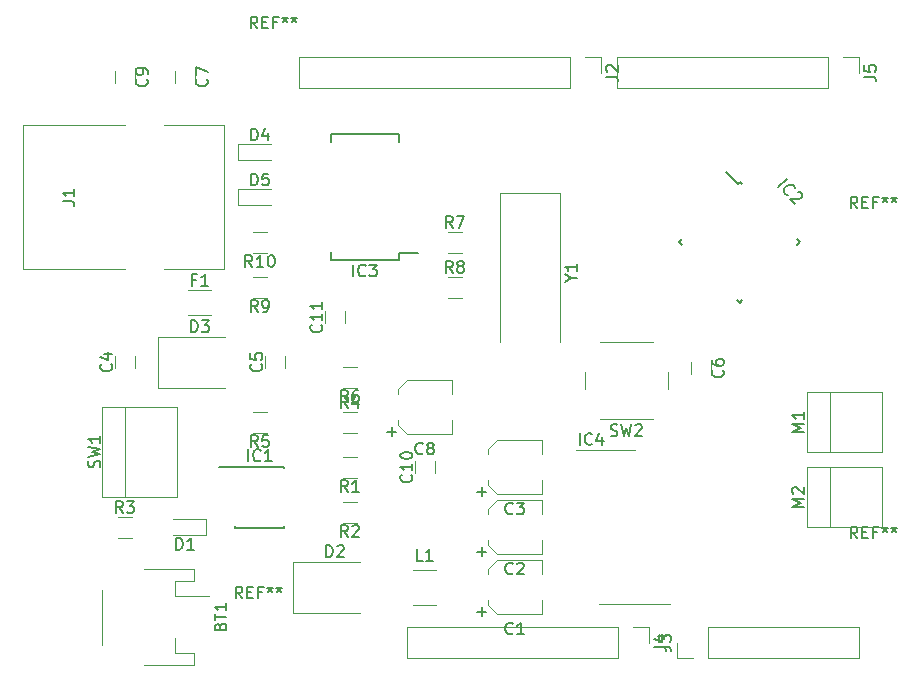
<source format=gto>
G04 #@! TF.FileFunction,Legend,Top*
%FSLAX46Y46*%
G04 Gerber Fmt 4.6, Leading zero omitted, Abs format (unit mm)*
G04 Created by KiCad (PCBNEW 4.0.7) date Sunday, September 09, 2018 'PMt' 03:54:26 PM*
%MOMM*%
%LPD*%
G01*
G04 APERTURE LIST*
%ADD10C,0.100000*%
%ADD11C,0.150000*%
%ADD12C,0.120000*%
G04 APERTURE END LIST*
D10*
D11*
X170180000Y-72343476D02*
X170020901Y-72502575D01*
X175306524Y-77470000D02*
X175076714Y-77699810D01*
X170180000Y-82596524D02*
X170409810Y-82366714D01*
X165053476Y-77470000D02*
X165283286Y-77240190D01*
X170180000Y-72343476D02*
X170409810Y-72573286D01*
X165053476Y-77470000D02*
X165283286Y-77699810D01*
X170180000Y-82596524D02*
X169950190Y-82366714D01*
X175306524Y-77470000D02*
X175076714Y-77240190D01*
X170020901Y-72502575D02*
X169013274Y-71494948D01*
D12*
X122375000Y-107445000D02*
X122375000Y-106170000D01*
X122375000Y-106170000D02*
X123975000Y-106170000D01*
X123975000Y-106170000D02*
X123975000Y-105170000D01*
X123975000Y-105170000D02*
X119750000Y-105170000D01*
X119750000Y-113270000D02*
X123975000Y-113270000D01*
X123975000Y-113270000D02*
X123975000Y-112270000D01*
X123975000Y-112270000D02*
X122375000Y-112270000D01*
X122375000Y-112270000D02*
X122375000Y-110995000D01*
X116175000Y-106895000D02*
X116175000Y-111545000D01*
X122375000Y-107445000D02*
X125275000Y-107445000D01*
X117260000Y-87130000D02*
X117260000Y-88130000D01*
X118960000Y-88130000D02*
X118960000Y-87130000D01*
X129960000Y-87130000D02*
X129960000Y-88130000D01*
X131660000Y-88130000D02*
X131660000Y-87130000D01*
X167728000Y-88638000D02*
X167728000Y-87638000D01*
X166028000Y-87638000D02*
X166028000Y-88638000D01*
X124040000Y-64000000D02*
X124040000Y-63000000D01*
X122340000Y-63000000D02*
X122340000Y-64000000D01*
X118960000Y-64000000D02*
X118960000Y-63000000D01*
X117260000Y-63000000D02*
X117260000Y-64000000D01*
X142660000Y-96020000D02*
X142660000Y-97020000D01*
X144360000Y-97020000D02*
X144360000Y-96020000D01*
X135040000Y-83320000D02*
X135040000Y-84320000D01*
X136740000Y-84320000D02*
X136740000Y-83320000D01*
X124990000Y-102300000D02*
X124990000Y-100900000D01*
X124990000Y-100900000D02*
X122190000Y-100900000D01*
X124990000Y-102300000D02*
X122190000Y-102300000D01*
X132340000Y-104530000D02*
X132340000Y-108830000D01*
X132340000Y-108830000D02*
X138040000Y-108830000D01*
X132340000Y-104530000D02*
X138040000Y-104530000D01*
X120910000Y-85480000D02*
X120910000Y-89780000D01*
X120910000Y-89780000D02*
X126610000Y-89780000D01*
X120910000Y-85480000D02*
X126610000Y-85480000D01*
X127740000Y-69150000D02*
X127740000Y-70550000D01*
X127740000Y-70550000D02*
X130540000Y-70550000D01*
X127740000Y-69150000D02*
X130540000Y-69150000D01*
X127740000Y-72960000D02*
X127740000Y-74360000D01*
X127740000Y-74360000D02*
X130540000Y-74360000D01*
X127740000Y-72960000D02*
X130540000Y-72960000D01*
X125460000Y-83620000D02*
X123460000Y-83620000D01*
X123460000Y-81480000D02*
X125460000Y-81480000D01*
D11*
X127465000Y-96485000D02*
X127465000Y-96535000D01*
X131615000Y-96485000D02*
X131615000Y-96630000D01*
X131615000Y-101635000D02*
X131615000Y-101490000D01*
X127465000Y-101635000D02*
X127465000Y-101490000D01*
X127465000Y-96485000D02*
X131615000Y-96485000D01*
X127465000Y-101635000D02*
X131615000Y-101635000D01*
X127465000Y-96535000D02*
X126065000Y-96535000D01*
X141305000Y-78985000D02*
X141305000Y-78410000D01*
X135555000Y-78985000D02*
X135555000Y-78335000D01*
X135555000Y-68335000D02*
X135555000Y-68985000D01*
X141305000Y-68335000D02*
X141305000Y-68985000D01*
X141305000Y-78985000D02*
X135555000Y-78985000D01*
X141305000Y-68335000D02*
X135555000Y-68335000D01*
X141305000Y-78410000D02*
X142905000Y-78410000D01*
D12*
X158290000Y-108130000D02*
X164290000Y-108130000D01*
X156290000Y-95070000D02*
X161290000Y-95070000D01*
X118110000Y-67560000D02*
X109470000Y-67560000D01*
X126490000Y-67560000D02*
X121410000Y-67560000D01*
X118110000Y-79760000D02*
X109470000Y-79760000D01*
X126490000Y-79760000D02*
X121410000Y-79760000D01*
X109470000Y-79760000D02*
X109470000Y-67560000D01*
X126490000Y-67560000D02*
X126490000Y-79760000D01*
X132909000Y-61789000D02*
X132909000Y-64449000D01*
X155829000Y-61789000D02*
X132909000Y-61789000D01*
X155829000Y-64449000D02*
X132909000Y-64449000D01*
X155829000Y-61789000D02*
X155829000Y-64449000D01*
X157099000Y-61789000D02*
X158429000Y-61789000D01*
X158429000Y-61789000D02*
X158429000Y-63119000D01*
X180273000Y-112709000D02*
X180273000Y-110049000D01*
X167513000Y-112709000D02*
X180273000Y-112709000D01*
X167513000Y-110049000D02*
X180273000Y-110049000D01*
X167513000Y-112709000D02*
X167513000Y-110049000D01*
X166243000Y-112709000D02*
X164913000Y-112709000D01*
X164913000Y-112709000D02*
X164913000Y-111379000D01*
X142053000Y-110049000D02*
X142053000Y-112709000D01*
X159893000Y-110049000D02*
X142053000Y-110049000D01*
X159893000Y-112709000D02*
X142053000Y-112709000D01*
X159893000Y-110049000D02*
X159893000Y-112709000D01*
X161163000Y-110049000D02*
X162493000Y-110049000D01*
X162493000Y-110049000D02*
X162493000Y-111379000D01*
X159833000Y-61789000D02*
X159833000Y-64449000D01*
X177673000Y-61789000D02*
X159833000Y-61789000D01*
X177673000Y-64449000D02*
X159833000Y-64449000D01*
X177673000Y-61789000D02*
X177673000Y-64449000D01*
X178943000Y-61789000D02*
X180273000Y-61789000D01*
X180273000Y-61789000D02*
X180273000Y-63119000D01*
X144510000Y-108160000D02*
X142510000Y-108160000D01*
X142510000Y-105200000D02*
X144510000Y-105200000D01*
X177800000Y-90170000D02*
X177800000Y-95250000D01*
X182240000Y-90170000D02*
X182240000Y-95250000D01*
X175900000Y-95250000D02*
X175900000Y-90170000D01*
X175900000Y-95250000D02*
X182240000Y-95250000D01*
X175900000Y-90170000D02*
X182240000Y-90170000D01*
X177800000Y-96520000D02*
X177800000Y-101600000D01*
X182240000Y-96520000D02*
X182240000Y-101600000D01*
X175900000Y-101600000D02*
X175900000Y-96520000D01*
X175900000Y-101600000D02*
X182240000Y-101600000D01*
X175900000Y-96520000D02*
X182240000Y-96520000D01*
X136560000Y-95640000D02*
X137760000Y-95640000D01*
X137760000Y-97400000D02*
X136560000Y-97400000D01*
X136560000Y-99450000D02*
X137760000Y-99450000D01*
X137760000Y-101210000D02*
X136560000Y-101210000D01*
X118710000Y-102480000D02*
X117510000Y-102480000D01*
X117510000Y-100720000D02*
X118710000Y-100720000D01*
X137760000Y-93590000D02*
X136560000Y-93590000D01*
X136560000Y-91830000D02*
X137760000Y-91830000D01*
X128940000Y-91830000D02*
X130140000Y-91830000D01*
X130140000Y-93590000D02*
X128940000Y-93590000D01*
X136560000Y-88020000D02*
X137760000Y-88020000D01*
X137760000Y-89780000D02*
X136560000Y-89780000D01*
X146650000Y-78350000D02*
X145450000Y-78350000D01*
X145450000Y-76590000D02*
X146650000Y-76590000D01*
X146650000Y-82160000D02*
X145450000Y-82160000D01*
X145450000Y-80400000D02*
X146650000Y-80400000D01*
X128940000Y-80400000D02*
X130140000Y-80400000D01*
X130140000Y-82160000D02*
X128940000Y-82160000D01*
X128940000Y-76590000D02*
X130140000Y-76590000D01*
X130140000Y-78350000D02*
X128940000Y-78350000D01*
X116210000Y-99060000D02*
X122550000Y-99060000D01*
X116210000Y-91440000D02*
X122550000Y-91440000D01*
X118110000Y-91440000D02*
X118110000Y-99060000D01*
X116210000Y-99060000D02*
X116210000Y-91440000D01*
X122550000Y-91440000D02*
X122550000Y-99060000D01*
X162830000Y-85940000D02*
X158330000Y-85940000D01*
X164080000Y-89940000D02*
X164080000Y-88440000D01*
X158330000Y-92440000D02*
X162830000Y-92440000D01*
X157080000Y-88440000D02*
X157080000Y-89940000D01*
X154950000Y-85910000D02*
X154950000Y-73310000D01*
X154950000Y-73310000D02*
X149850000Y-73310000D01*
X149850000Y-73310000D02*
X149850000Y-85910000D01*
X153420000Y-108970000D02*
X153420000Y-107800000D01*
X153420000Y-104390000D02*
X153420000Y-105560000D01*
X148840000Y-105160000D02*
X148840000Y-105560000D01*
X148840000Y-108200000D02*
X148840000Y-107800000D01*
X149610000Y-108970000D02*
X153420000Y-108970000D01*
X149610000Y-108970000D02*
X148840000Y-108200000D01*
X149610000Y-104390000D02*
X153420000Y-104390000D01*
X149610000Y-104390000D02*
X148840000Y-105160000D01*
X153420000Y-103890000D02*
X153420000Y-102720000D01*
X153420000Y-99310000D02*
X153420000Y-100480000D01*
X148840000Y-100080000D02*
X148840000Y-100480000D01*
X148840000Y-103120000D02*
X148840000Y-102720000D01*
X149610000Y-103890000D02*
X153420000Y-103890000D01*
X149610000Y-103890000D02*
X148840000Y-103120000D01*
X149610000Y-99310000D02*
X153420000Y-99310000D01*
X149610000Y-99310000D02*
X148840000Y-100080000D01*
X153420000Y-98810000D02*
X153420000Y-97640000D01*
X153420000Y-94230000D02*
X153420000Y-95400000D01*
X148840000Y-95000000D02*
X148840000Y-95400000D01*
X148840000Y-98040000D02*
X148840000Y-97640000D01*
X149610000Y-98810000D02*
X153420000Y-98810000D01*
X149610000Y-98810000D02*
X148840000Y-98040000D01*
X149610000Y-94230000D02*
X153420000Y-94230000D01*
X149610000Y-94230000D02*
X148840000Y-95000000D01*
X145800000Y-93730000D02*
X145800000Y-92560000D01*
X145800000Y-89150000D02*
X145800000Y-90320000D01*
X141220000Y-89920000D02*
X141220000Y-90320000D01*
X141220000Y-92960000D02*
X141220000Y-92560000D01*
X141990000Y-93730000D02*
X145800000Y-93730000D01*
X141990000Y-93730000D02*
X141220000Y-92960000D01*
X141990000Y-89150000D02*
X145800000Y-89150000D01*
X141990000Y-89150000D02*
X141220000Y-89920000D01*
D11*
X173447844Y-72821615D02*
X174154951Y-72114508D01*
X174255966Y-73495050D02*
X174188622Y-73495050D01*
X174053935Y-73427707D01*
X173986592Y-73360363D01*
X173919248Y-73225676D01*
X173919248Y-73090989D01*
X173952920Y-72989974D01*
X174053935Y-72821615D01*
X174154951Y-72720599D01*
X174323309Y-72619584D01*
X174424324Y-72585912D01*
X174559011Y-72585912D01*
X174693699Y-72653257D01*
X174761042Y-72720600D01*
X174828386Y-72855287D01*
X174828386Y-72922630D01*
X175097759Y-73192004D02*
X175165103Y-73192004D01*
X175266118Y-73225676D01*
X175434477Y-73394035D01*
X175468149Y-73495050D01*
X175468149Y-73562394D01*
X175434477Y-73663409D01*
X175367134Y-73730752D01*
X175232447Y-73798096D01*
X174424324Y-73798096D01*
X174862057Y-74235829D01*
X129349667Y-59371381D02*
X129016333Y-58895190D01*
X128778238Y-59371381D02*
X128778238Y-58371381D01*
X129159191Y-58371381D01*
X129254429Y-58419000D01*
X129302048Y-58466619D01*
X129349667Y-58561857D01*
X129349667Y-58704714D01*
X129302048Y-58799952D01*
X129254429Y-58847571D01*
X129159191Y-58895190D01*
X128778238Y-58895190D01*
X129778238Y-58847571D02*
X130111572Y-58847571D01*
X130254429Y-59371381D02*
X129778238Y-59371381D01*
X129778238Y-58371381D01*
X130254429Y-58371381D01*
X131016334Y-58847571D02*
X130683000Y-58847571D01*
X130683000Y-59371381D02*
X130683000Y-58371381D01*
X131159191Y-58371381D01*
X131683000Y-58371381D02*
X131683000Y-58609476D01*
X131444905Y-58514238D02*
X131683000Y-58609476D01*
X131921096Y-58514238D01*
X131540143Y-58799952D02*
X131683000Y-58609476D01*
X131825858Y-58799952D01*
X132444905Y-58371381D02*
X132444905Y-58609476D01*
X132206810Y-58514238D02*
X132444905Y-58609476D01*
X132683001Y-58514238D01*
X132302048Y-58799952D02*
X132444905Y-58609476D01*
X132587763Y-58799952D01*
X128079667Y-107631381D02*
X127746333Y-107155190D01*
X127508238Y-107631381D02*
X127508238Y-106631381D01*
X127889191Y-106631381D01*
X127984429Y-106679000D01*
X128032048Y-106726619D01*
X128079667Y-106821857D01*
X128079667Y-106964714D01*
X128032048Y-107059952D01*
X127984429Y-107107571D01*
X127889191Y-107155190D01*
X127508238Y-107155190D01*
X128508238Y-107107571D02*
X128841572Y-107107571D01*
X128984429Y-107631381D02*
X128508238Y-107631381D01*
X128508238Y-106631381D01*
X128984429Y-106631381D01*
X129746334Y-107107571D02*
X129413000Y-107107571D01*
X129413000Y-107631381D02*
X129413000Y-106631381D01*
X129889191Y-106631381D01*
X130413000Y-106631381D02*
X130413000Y-106869476D01*
X130174905Y-106774238D02*
X130413000Y-106869476D01*
X130651096Y-106774238D01*
X130270143Y-107059952D02*
X130413000Y-106869476D01*
X130555858Y-107059952D01*
X131174905Y-106631381D02*
X131174905Y-106869476D01*
X130936810Y-106774238D02*
X131174905Y-106869476D01*
X131413001Y-106774238D01*
X131032048Y-107059952D02*
X131174905Y-106869476D01*
X131317763Y-107059952D01*
X180149667Y-74611381D02*
X179816333Y-74135190D01*
X179578238Y-74611381D02*
X179578238Y-73611381D01*
X179959191Y-73611381D01*
X180054429Y-73659000D01*
X180102048Y-73706619D01*
X180149667Y-73801857D01*
X180149667Y-73944714D01*
X180102048Y-74039952D01*
X180054429Y-74087571D01*
X179959191Y-74135190D01*
X179578238Y-74135190D01*
X180578238Y-74087571D02*
X180911572Y-74087571D01*
X181054429Y-74611381D02*
X180578238Y-74611381D01*
X180578238Y-73611381D01*
X181054429Y-73611381D01*
X181816334Y-74087571D02*
X181483000Y-74087571D01*
X181483000Y-74611381D02*
X181483000Y-73611381D01*
X181959191Y-73611381D01*
X182483000Y-73611381D02*
X182483000Y-73849476D01*
X182244905Y-73754238D02*
X182483000Y-73849476D01*
X182721096Y-73754238D01*
X182340143Y-74039952D02*
X182483000Y-73849476D01*
X182625858Y-74039952D01*
X183244905Y-73611381D02*
X183244905Y-73849476D01*
X183006810Y-73754238D02*
X183244905Y-73849476D01*
X183483001Y-73754238D01*
X183102048Y-74039952D02*
X183244905Y-73849476D01*
X183387763Y-74039952D01*
X180149667Y-102551381D02*
X179816333Y-102075190D01*
X179578238Y-102551381D02*
X179578238Y-101551381D01*
X179959191Y-101551381D01*
X180054429Y-101599000D01*
X180102048Y-101646619D01*
X180149667Y-101741857D01*
X180149667Y-101884714D01*
X180102048Y-101979952D01*
X180054429Y-102027571D01*
X179959191Y-102075190D01*
X179578238Y-102075190D01*
X180578238Y-102027571D02*
X180911572Y-102027571D01*
X181054429Y-102551381D02*
X180578238Y-102551381D01*
X180578238Y-101551381D01*
X181054429Y-101551381D01*
X181816334Y-102027571D02*
X181483000Y-102027571D01*
X181483000Y-102551381D02*
X181483000Y-101551381D01*
X181959191Y-101551381D01*
X182483000Y-101551381D02*
X182483000Y-101789476D01*
X182244905Y-101694238D02*
X182483000Y-101789476D01*
X182721096Y-101694238D01*
X182340143Y-101979952D02*
X182483000Y-101789476D01*
X182625858Y-101979952D01*
X183244905Y-101551381D02*
X183244905Y-101789476D01*
X183006810Y-101694238D02*
X183244905Y-101789476D01*
X183483001Y-101694238D01*
X183102048Y-101979952D02*
X183244905Y-101789476D01*
X183387763Y-101979952D01*
X126203571Y-110005714D02*
X126251190Y-109862857D01*
X126298810Y-109815238D01*
X126394048Y-109767619D01*
X126536905Y-109767619D01*
X126632143Y-109815238D01*
X126679762Y-109862857D01*
X126727381Y-109958095D01*
X126727381Y-110339048D01*
X125727381Y-110339048D01*
X125727381Y-110005714D01*
X125775000Y-109910476D01*
X125822619Y-109862857D01*
X125917857Y-109815238D01*
X126013095Y-109815238D01*
X126108333Y-109862857D01*
X126155952Y-109910476D01*
X126203571Y-110005714D01*
X126203571Y-110339048D01*
X125727381Y-109481905D02*
X125727381Y-108910476D01*
X126727381Y-109196191D02*
X125727381Y-109196191D01*
X126727381Y-108053333D02*
X126727381Y-108624762D01*
X126727381Y-108339048D02*
X125727381Y-108339048D01*
X125870238Y-108434286D01*
X125965476Y-108529524D01*
X126013095Y-108624762D01*
X116967143Y-87796666D02*
X117014762Y-87844285D01*
X117062381Y-87987142D01*
X117062381Y-88082380D01*
X117014762Y-88225238D01*
X116919524Y-88320476D01*
X116824286Y-88368095D01*
X116633810Y-88415714D01*
X116490952Y-88415714D01*
X116300476Y-88368095D01*
X116205238Y-88320476D01*
X116110000Y-88225238D01*
X116062381Y-88082380D01*
X116062381Y-87987142D01*
X116110000Y-87844285D01*
X116157619Y-87796666D01*
X116395714Y-86939523D02*
X117062381Y-86939523D01*
X116014762Y-87177619D02*
X116729048Y-87415714D01*
X116729048Y-86796666D01*
X129667143Y-87796666D02*
X129714762Y-87844285D01*
X129762381Y-87987142D01*
X129762381Y-88082380D01*
X129714762Y-88225238D01*
X129619524Y-88320476D01*
X129524286Y-88368095D01*
X129333810Y-88415714D01*
X129190952Y-88415714D01*
X129000476Y-88368095D01*
X128905238Y-88320476D01*
X128810000Y-88225238D01*
X128762381Y-88082380D01*
X128762381Y-87987142D01*
X128810000Y-87844285D01*
X128857619Y-87796666D01*
X128762381Y-86891904D02*
X128762381Y-87368095D01*
X129238571Y-87415714D01*
X129190952Y-87368095D01*
X129143333Y-87272857D01*
X129143333Y-87034761D01*
X129190952Y-86939523D01*
X129238571Y-86891904D01*
X129333810Y-86844285D01*
X129571905Y-86844285D01*
X129667143Y-86891904D01*
X129714762Y-86939523D01*
X129762381Y-87034761D01*
X129762381Y-87272857D01*
X129714762Y-87368095D01*
X129667143Y-87415714D01*
X168735143Y-88304666D02*
X168782762Y-88352285D01*
X168830381Y-88495142D01*
X168830381Y-88590380D01*
X168782762Y-88733238D01*
X168687524Y-88828476D01*
X168592286Y-88876095D01*
X168401810Y-88923714D01*
X168258952Y-88923714D01*
X168068476Y-88876095D01*
X167973238Y-88828476D01*
X167878000Y-88733238D01*
X167830381Y-88590380D01*
X167830381Y-88495142D01*
X167878000Y-88352285D01*
X167925619Y-88304666D01*
X167830381Y-87447523D02*
X167830381Y-87638000D01*
X167878000Y-87733238D01*
X167925619Y-87780857D01*
X168068476Y-87876095D01*
X168258952Y-87923714D01*
X168639905Y-87923714D01*
X168735143Y-87876095D01*
X168782762Y-87828476D01*
X168830381Y-87733238D01*
X168830381Y-87542761D01*
X168782762Y-87447523D01*
X168735143Y-87399904D01*
X168639905Y-87352285D01*
X168401810Y-87352285D01*
X168306571Y-87399904D01*
X168258952Y-87447523D01*
X168211333Y-87542761D01*
X168211333Y-87733238D01*
X168258952Y-87828476D01*
X168306571Y-87876095D01*
X168401810Y-87923714D01*
X125047143Y-63666666D02*
X125094762Y-63714285D01*
X125142381Y-63857142D01*
X125142381Y-63952380D01*
X125094762Y-64095238D01*
X124999524Y-64190476D01*
X124904286Y-64238095D01*
X124713810Y-64285714D01*
X124570952Y-64285714D01*
X124380476Y-64238095D01*
X124285238Y-64190476D01*
X124190000Y-64095238D01*
X124142381Y-63952380D01*
X124142381Y-63857142D01*
X124190000Y-63714285D01*
X124237619Y-63666666D01*
X124142381Y-63333333D02*
X124142381Y-62666666D01*
X125142381Y-63095238D01*
X119967143Y-63666666D02*
X120014762Y-63714285D01*
X120062381Y-63857142D01*
X120062381Y-63952380D01*
X120014762Y-64095238D01*
X119919524Y-64190476D01*
X119824286Y-64238095D01*
X119633810Y-64285714D01*
X119490952Y-64285714D01*
X119300476Y-64238095D01*
X119205238Y-64190476D01*
X119110000Y-64095238D01*
X119062381Y-63952380D01*
X119062381Y-63857142D01*
X119110000Y-63714285D01*
X119157619Y-63666666D01*
X120062381Y-63190476D02*
X120062381Y-63000000D01*
X120014762Y-62904761D01*
X119967143Y-62857142D01*
X119824286Y-62761904D01*
X119633810Y-62714285D01*
X119252857Y-62714285D01*
X119157619Y-62761904D01*
X119110000Y-62809523D01*
X119062381Y-62904761D01*
X119062381Y-63095238D01*
X119110000Y-63190476D01*
X119157619Y-63238095D01*
X119252857Y-63285714D01*
X119490952Y-63285714D01*
X119586190Y-63238095D01*
X119633810Y-63190476D01*
X119681429Y-63095238D01*
X119681429Y-62904761D01*
X119633810Y-62809523D01*
X119586190Y-62761904D01*
X119490952Y-62714285D01*
X142367143Y-97162857D02*
X142414762Y-97210476D01*
X142462381Y-97353333D01*
X142462381Y-97448571D01*
X142414762Y-97591429D01*
X142319524Y-97686667D01*
X142224286Y-97734286D01*
X142033810Y-97781905D01*
X141890952Y-97781905D01*
X141700476Y-97734286D01*
X141605238Y-97686667D01*
X141510000Y-97591429D01*
X141462381Y-97448571D01*
X141462381Y-97353333D01*
X141510000Y-97210476D01*
X141557619Y-97162857D01*
X142462381Y-96210476D02*
X142462381Y-96781905D01*
X142462381Y-96496191D02*
X141462381Y-96496191D01*
X141605238Y-96591429D01*
X141700476Y-96686667D01*
X141748095Y-96781905D01*
X141462381Y-95591429D02*
X141462381Y-95496190D01*
X141510000Y-95400952D01*
X141557619Y-95353333D01*
X141652857Y-95305714D01*
X141843333Y-95258095D01*
X142081429Y-95258095D01*
X142271905Y-95305714D01*
X142367143Y-95353333D01*
X142414762Y-95400952D01*
X142462381Y-95496190D01*
X142462381Y-95591429D01*
X142414762Y-95686667D01*
X142367143Y-95734286D01*
X142271905Y-95781905D01*
X142081429Y-95829524D01*
X141843333Y-95829524D01*
X141652857Y-95781905D01*
X141557619Y-95734286D01*
X141510000Y-95686667D01*
X141462381Y-95591429D01*
X134747143Y-84462857D02*
X134794762Y-84510476D01*
X134842381Y-84653333D01*
X134842381Y-84748571D01*
X134794762Y-84891429D01*
X134699524Y-84986667D01*
X134604286Y-85034286D01*
X134413810Y-85081905D01*
X134270952Y-85081905D01*
X134080476Y-85034286D01*
X133985238Y-84986667D01*
X133890000Y-84891429D01*
X133842381Y-84748571D01*
X133842381Y-84653333D01*
X133890000Y-84510476D01*
X133937619Y-84462857D01*
X134842381Y-83510476D02*
X134842381Y-84081905D01*
X134842381Y-83796191D02*
X133842381Y-83796191D01*
X133985238Y-83891429D01*
X134080476Y-83986667D01*
X134128095Y-84081905D01*
X134842381Y-82558095D02*
X134842381Y-83129524D01*
X134842381Y-82843810D02*
X133842381Y-82843810D01*
X133985238Y-82939048D01*
X134080476Y-83034286D01*
X134128095Y-83129524D01*
X122451905Y-103502381D02*
X122451905Y-102502381D01*
X122690000Y-102502381D01*
X122832858Y-102550000D01*
X122928096Y-102645238D01*
X122975715Y-102740476D01*
X123023334Y-102930952D01*
X123023334Y-103073810D01*
X122975715Y-103264286D01*
X122928096Y-103359524D01*
X122832858Y-103454762D01*
X122690000Y-103502381D01*
X122451905Y-103502381D01*
X123975715Y-103502381D02*
X123404286Y-103502381D01*
X123690000Y-103502381D02*
X123690000Y-102502381D01*
X123594762Y-102645238D01*
X123499524Y-102740476D01*
X123404286Y-102788095D01*
X135151905Y-104132381D02*
X135151905Y-103132381D01*
X135390000Y-103132381D01*
X135532858Y-103180000D01*
X135628096Y-103275238D01*
X135675715Y-103370476D01*
X135723334Y-103560952D01*
X135723334Y-103703810D01*
X135675715Y-103894286D01*
X135628096Y-103989524D01*
X135532858Y-104084762D01*
X135390000Y-104132381D01*
X135151905Y-104132381D01*
X136104286Y-103227619D02*
X136151905Y-103180000D01*
X136247143Y-103132381D01*
X136485239Y-103132381D01*
X136580477Y-103180000D01*
X136628096Y-103227619D01*
X136675715Y-103322857D01*
X136675715Y-103418095D01*
X136628096Y-103560952D01*
X136056667Y-104132381D01*
X136675715Y-104132381D01*
X123721905Y-85082381D02*
X123721905Y-84082381D01*
X123960000Y-84082381D01*
X124102858Y-84130000D01*
X124198096Y-84225238D01*
X124245715Y-84320476D01*
X124293334Y-84510952D01*
X124293334Y-84653810D01*
X124245715Y-84844286D01*
X124198096Y-84939524D01*
X124102858Y-85034762D01*
X123960000Y-85082381D01*
X123721905Y-85082381D01*
X124626667Y-84082381D02*
X125245715Y-84082381D01*
X124912381Y-84463333D01*
X125055239Y-84463333D01*
X125150477Y-84510952D01*
X125198096Y-84558571D01*
X125245715Y-84653810D01*
X125245715Y-84891905D01*
X125198096Y-84987143D01*
X125150477Y-85034762D01*
X125055239Y-85082381D01*
X124769524Y-85082381D01*
X124674286Y-85034762D01*
X124626667Y-84987143D01*
X128801905Y-68852381D02*
X128801905Y-67852381D01*
X129040000Y-67852381D01*
X129182858Y-67900000D01*
X129278096Y-67995238D01*
X129325715Y-68090476D01*
X129373334Y-68280952D01*
X129373334Y-68423810D01*
X129325715Y-68614286D01*
X129278096Y-68709524D01*
X129182858Y-68804762D01*
X129040000Y-68852381D01*
X128801905Y-68852381D01*
X130230477Y-68185714D02*
X130230477Y-68852381D01*
X129992381Y-67804762D02*
X129754286Y-68519048D01*
X130373334Y-68519048D01*
X128801905Y-72662381D02*
X128801905Y-71662381D01*
X129040000Y-71662381D01*
X129182858Y-71710000D01*
X129278096Y-71805238D01*
X129325715Y-71900476D01*
X129373334Y-72090952D01*
X129373334Y-72233810D01*
X129325715Y-72424286D01*
X129278096Y-72519524D01*
X129182858Y-72614762D01*
X129040000Y-72662381D01*
X128801905Y-72662381D01*
X130278096Y-71662381D02*
X129801905Y-71662381D01*
X129754286Y-72138571D01*
X129801905Y-72090952D01*
X129897143Y-72043333D01*
X130135239Y-72043333D01*
X130230477Y-72090952D01*
X130278096Y-72138571D01*
X130325715Y-72233810D01*
X130325715Y-72471905D01*
X130278096Y-72567143D01*
X130230477Y-72614762D01*
X130135239Y-72662381D01*
X129897143Y-72662381D01*
X129801905Y-72614762D01*
X129754286Y-72567143D01*
X124126667Y-80628571D02*
X123793333Y-80628571D01*
X123793333Y-81152381D02*
X123793333Y-80152381D01*
X124269524Y-80152381D01*
X125174286Y-81152381D02*
X124602857Y-81152381D01*
X124888571Y-81152381D02*
X124888571Y-80152381D01*
X124793333Y-80295238D01*
X124698095Y-80390476D01*
X124602857Y-80438095D01*
X128563810Y-96012381D02*
X128563810Y-95012381D01*
X129611429Y-95917143D02*
X129563810Y-95964762D01*
X129420953Y-96012381D01*
X129325715Y-96012381D01*
X129182857Y-95964762D01*
X129087619Y-95869524D01*
X129040000Y-95774286D01*
X128992381Y-95583810D01*
X128992381Y-95440952D01*
X129040000Y-95250476D01*
X129087619Y-95155238D01*
X129182857Y-95060000D01*
X129325715Y-95012381D01*
X129420953Y-95012381D01*
X129563810Y-95060000D01*
X129611429Y-95107619D01*
X130563810Y-96012381D02*
X129992381Y-96012381D01*
X130278095Y-96012381D02*
X130278095Y-95012381D01*
X130182857Y-95155238D01*
X130087619Y-95250476D01*
X129992381Y-95298095D01*
X137453810Y-80362381D02*
X137453810Y-79362381D01*
X138501429Y-80267143D02*
X138453810Y-80314762D01*
X138310953Y-80362381D01*
X138215715Y-80362381D01*
X138072857Y-80314762D01*
X137977619Y-80219524D01*
X137930000Y-80124286D01*
X137882381Y-79933810D01*
X137882381Y-79790952D01*
X137930000Y-79600476D01*
X137977619Y-79505238D01*
X138072857Y-79410000D01*
X138215715Y-79362381D01*
X138310953Y-79362381D01*
X138453810Y-79410000D01*
X138501429Y-79457619D01*
X138834762Y-79362381D02*
X139453810Y-79362381D01*
X139120476Y-79743333D01*
X139263334Y-79743333D01*
X139358572Y-79790952D01*
X139406191Y-79838571D01*
X139453810Y-79933810D01*
X139453810Y-80171905D01*
X139406191Y-80267143D01*
X139358572Y-80314762D01*
X139263334Y-80362381D01*
X138977619Y-80362381D01*
X138882381Y-80314762D01*
X138834762Y-80267143D01*
X156623810Y-94632381D02*
X156623810Y-93632381D01*
X157671429Y-94537143D02*
X157623810Y-94584762D01*
X157480953Y-94632381D01*
X157385715Y-94632381D01*
X157242857Y-94584762D01*
X157147619Y-94489524D01*
X157100000Y-94394286D01*
X157052381Y-94203810D01*
X157052381Y-94060952D01*
X157100000Y-93870476D01*
X157147619Y-93775238D01*
X157242857Y-93680000D01*
X157385715Y-93632381D01*
X157480953Y-93632381D01*
X157623810Y-93680000D01*
X157671429Y-93727619D01*
X158528572Y-93965714D02*
X158528572Y-94632381D01*
X158290476Y-93584762D02*
X158052381Y-94299048D01*
X158671429Y-94299048D01*
X112862381Y-73993333D02*
X113576667Y-73993333D01*
X113719524Y-74040953D01*
X113814762Y-74136191D01*
X113862381Y-74279048D01*
X113862381Y-74374286D01*
X113862381Y-72993333D02*
X113862381Y-73564762D01*
X113862381Y-73279048D02*
X112862381Y-73279048D01*
X113005238Y-73374286D01*
X113100476Y-73469524D01*
X113148095Y-73564762D01*
X158881381Y-63452333D02*
X159595667Y-63452333D01*
X159738524Y-63499953D01*
X159833762Y-63595191D01*
X159881381Y-63738048D01*
X159881381Y-63833286D01*
X158976619Y-63023762D02*
X158929000Y-62976143D01*
X158881381Y-62880905D01*
X158881381Y-62642809D01*
X158929000Y-62547571D01*
X158976619Y-62499952D01*
X159071857Y-62452333D01*
X159167095Y-62452333D01*
X159309952Y-62499952D01*
X159881381Y-63071381D01*
X159881381Y-62452333D01*
X163365381Y-111712333D02*
X164079667Y-111712333D01*
X164222524Y-111759953D01*
X164317762Y-111855191D01*
X164365381Y-111998048D01*
X164365381Y-112093286D01*
X163365381Y-111331381D02*
X163365381Y-110712333D01*
X163746333Y-111045667D01*
X163746333Y-110902809D01*
X163793952Y-110807571D01*
X163841571Y-110759952D01*
X163936810Y-110712333D01*
X164174905Y-110712333D01*
X164270143Y-110759952D01*
X164317762Y-110807571D01*
X164365381Y-110902809D01*
X164365381Y-111188524D01*
X164317762Y-111283762D01*
X164270143Y-111331381D01*
X162945381Y-111712333D02*
X163659667Y-111712333D01*
X163802524Y-111759953D01*
X163897762Y-111855191D01*
X163945381Y-111998048D01*
X163945381Y-112093286D01*
X163278714Y-110807571D02*
X163945381Y-110807571D01*
X162897762Y-111045667D02*
X163612048Y-111283762D01*
X163612048Y-110664714D01*
X180725381Y-63452333D02*
X181439667Y-63452333D01*
X181582524Y-63499953D01*
X181677762Y-63595191D01*
X181725381Y-63738048D01*
X181725381Y-63833286D01*
X180725381Y-62499952D02*
X180725381Y-62976143D01*
X181201571Y-63023762D01*
X181153952Y-62976143D01*
X181106333Y-62880905D01*
X181106333Y-62642809D01*
X181153952Y-62547571D01*
X181201571Y-62499952D01*
X181296810Y-62452333D01*
X181534905Y-62452333D01*
X181630143Y-62499952D01*
X181677762Y-62547571D01*
X181725381Y-62642809D01*
X181725381Y-62880905D01*
X181677762Y-62976143D01*
X181630143Y-63023762D01*
X143343334Y-104432381D02*
X142867143Y-104432381D01*
X142867143Y-103432381D01*
X144200477Y-104432381D02*
X143629048Y-104432381D01*
X143914762Y-104432381D02*
X143914762Y-103432381D01*
X143819524Y-103575238D01*
X143724286Y-103670476D01*
X143629048Y-103718095D01*
X175622381Y-93519524D02*
X174622381Y-93519524D01*
X175336667Y-93186190D01*
X174622381Y-92852857D01*
X175622381Y-92852857D01*
X175622381Y-91852857D02*
X175622381Y-92424286D01*
X175622381Y-92138572D02*
X174622381Y-92138572D01*
X174765238Y-92233810D01*
X174860476Y-92329048D01*
X174908095Y-92424286D01*
X175622381Y-99869524D02*
X174622381Y-99869524D01*
X175336667Y-99536190D01*
X174622381Y-99202857D01*
X175622381Y-99202857D01*
X174717619Y-98774286D02*
X174670000Y-98726667D01*
X174622381Y-98631429D01*
X174622381Y-98393333D01*
X174670000Y-98298095D01*
X174717619Y-98250476D01*
X174812857Y-98202857D01*
X174908095Y-98202857D01*
X175050952Y-98250476D01*
X175622381Y-98821905D01*
X175622381Y-98202857D01*
X136993334Y-98622381D02*
X136660000Y-98146190D01*
X136421905Y-98622381D02*
X136421905Y-97622381D01*
X136802858Y-97622381D01*
X136898096Y-97670000D01*
X136945715Y-97717619D01*
X136993334Y-97812857D01*
X136993334Y-97955714D01*
X136945715Y-98050952D01*
X136898096Y-98098571D01*
X136802858Y-98146190D01*
X136421905Y-98146190D01*
X137945715Y-98622381D02*
X137374286Y-98622381D01*
X137660000Y-98622381D02*
X137660000Y-97622381D01*
X137564762Y-97765238D01*
X137469524Y-97860476D01*
X137374286Y-97908095D01*
X136993334Y-102432381D02*
X136660000Y-101956190D01*
X136421905Y-102432381D02*
X136421905Y-101432381D01*
X136802858Y-101432381D01*
X136898096Y-101480000D01*
X136945715Y-101527619D01*
X136993334Y-101622857D01*
X136993334Y-101765714D01*
X136945715Y-101860952D01*
X136898096Y-101908571D01*
X136802858Y-101956190D01*
X136421905Y-101956190D01*
X137374286Y-101527619D02*
X137421905Y-101480000D01*
X137517143Y-101432381D01*
X137755239Y-101432381D01*
X137850477Y-101480000D01*
X137898096Y-101527619D01*
X137945715Y-101622857D01*
X137945715Y-101718095D01*
X137898096Y-101860952D01*
X137326667Y-102432381D01*
X137945715Y-102432381D01*
X117943334Y-100402381D02*
X117610000Y-99926190D01*
X117371905Y-100402381D02*
X117371905Y-99402381D01*
X117752858Y-99402381D01*
X117848096Y-99450000D01*
X117895715Y-99497619D01*
X117943334Y-99592857D01*
X117943334Y-99735714D01*
X117895715Y-99830952D01*
X117848096Y-99878571D01*
X117752858Y-99926190D01*
X117371905Y-99926190D01*
X118276667Y-99402381D02*
X118895715Y-99402381D01*
X118562381Y-99783333D01*
X118705239Y-99783333D01*
X118800477Y-99830952D01*
X118848096Y-99878571D01*
X118895715Y-99973810D01*
X118895715Y-100211905D01*
X118848096Y-100307143D01*
X118800477Y-100354762D01*
X118705239Y-100402381D01*
X118419524Y-100402381D01*
X118324286Y-100354762D01*
X118276667Y-100307143D01*
X136993334Y-91512381D02*
X136660000Y-91036190D01*
X136421905Y-91512381D02*
X136421905Y-90512381D01*
X136802858Y-90512381D01*
X136898096Y-90560000D01*
X136945715Y-90607619D01*
X136993334Y-90702857D01*
X136993334Y-90845714D01*
X136945715Y-90940952D01*
X136898096Y-90988571D01*
X136802858Y-91036190D01*
X136421905Y-91036190D01*
X137850477Y-90845714D02*
X137850477Y-91512381D01*
X137612381Y-90464762D02*
X137374286Y-91179048D01*
X137993334Y-91179048D01*
X129373334Y-94812381D02*
X129040000Y-94336190D01*
X128801905Y-94812381D02*
X128801905Y-93812381D01*
X129182858Y-93812381D01*
X129278096Y-93860000D01*
X129325715Y-93907619D01*
X129373334Y-94002857D01*
X129373334Y-94145714D01*
X129325715Y-94240952D01*
X129278096Y-94288571D01*
X129182858Y-94336190D01*
X128801905Y-94336190D01*
X130278096Y-93812381D02*
X129801905Y-93812381D01*
X129754286Y-94288571D01*
X129801905Y-94240952D01*
X129897143Y-94193333D01*
X130135239Y-94193333D01*
X130230477Y-94240952D01*
X130278096Y-94288571D01*
X130325715Y-94383810D01*
X130325715Y-94621905D01*
X130278096Y-94717143D01*
X130230477Y-94764762D01*
X130135239Y-94812381D01*
X129897143Y-94812381D01*
X129801905Y-94764762D01*
X129754286Y-94717143D01*
X136993334Y-91002381D02*
X136660000Y-90526190D01*
X136421905Y-91002381D02*
X136421905Y-90002381D01*
X136802858Y-90002381D01*
X136898096Y-90050000D01*
X136945715Y-90097619D01*
X136993334Y-90192857D01*
X136993334Y-90335714D01*
X136945715Y-90430952D01*
X136898096Y-90478571D01*
X136802858Y-90526190D01*
X136421905Y-90526190D01*
X137850477Y-90002381D02*
X137660000Y-90002381D01*
X137564762Y-90050000D01*
X137517143Y-90097619D01*
X137421905Y-90240476D01*
X137374286Y-90430952D01*
X137374286Y-90811905D01*
X137421905Y-90907143D01*
X137469524Y-90954762D01*
X137564762Y-91002381D01*
X137755239Y-91002381D01*
X137850477Y-90954762D01*
X137898096Y-90907143D01*
X137945715Y-90811905D01*
X137945715Y-90573810D01*
X137898096Y-90478571D01*
X137850477Y-90430952D01*
X137755239Y-90383333D01*
X137564762Y-90383333D01*
X137469524Y-90430952D01*
X137421905Y-90478571D01*
X137374286Y-90573810D01*
X145883334Y-76272381D02*
X145550000Y-75796190D01*
X145311905Y-76272381D02*
X145311905Y-75272381D01*
X145692858Y-75272381D01*
X145788096Y-75320000D01*
X145835715Y-75367619D01*
X145883334Y-75462857D01*
X145883334Y-75605714D01*
X145835715Y-75700952D01*
X145788096Y-75748571D01*
X145692858Y-75796190D01*
X145311905Y-75796190D01*
X146216667Y-75272381D02*
X146883334Y-75272381D01*
X146454762Y-76272381D01*
X145883334Y-80082381D02*
X145550000Y-79606190D01*
X145311905Y-80082381D02*
X145311905Y-79082381D01*
X145692858Y-79082381D01*
X145788096Y-79130000D01*
X145835715Y-79177619D01*
X145883334Y-79272857D01*
X145883334Y-79415714D01*
X145835715Y-79510952D01*
X145788096Y-79558571D01*
X145692858Y-79606190D01*
X145311905Y-79606190D01*
X146454762Y-79510952D02*
X146359524Y-79463333D01*
X146311905Y-79415714D01*
X146264286Y-79320476D01*
X146264286Y-79272857D01*
X146311905Y-79177619D01*
X146359524Y-79130000D01*
X146454762Y-79082381D01*
X146645239Y-79082381D01*
X146740477Y-79130000D01*
X146788096Y-79177619D01*
X146835715Y-79272857D01*
X146835715Y-79320476D01*
X146788096Y-79415714D01*
X146740477Y-79463333D01*
X146645239Y-79510952D01*
X146454762Y-79510952D01*
X146359524Y-79558571D01*
X146311905Y-79606190D01*
X146264286Y-79701429D01*
X146264286Y-79891905D01*
X146311905Y-79987143D01*
X146359524Y-80034762D01*
X146454762Y-80082381D01*
X146645239Y-80082381D01*
X146740477Y-80034762D01*
X146788096Y-79987143D01*
X146835715Y-79891905D01*
X146835715Y-79701429D01*
X146788096Y-79606190D01*
X146740477Y-79558571D01*
X146645239Y-79510952D01*
X129373334Y-83382381D02*
X129040000Y-82906190D01*
X128801905Y-83382381D02*
X128801905Y-82382381D01*
X129182858Y-82382381D01*
X129278096Y-82430000D01*
X129325715Y-82477619D01*
X129373334Y-82572857D01*
X129373334Y-82715714D01*
X129325715Y-82810952D01*
X129278096Y-82858571D01*
X129182858Y-82906190D01*
X128801905Y-82906190D01*
X129849524Y-83382381D02*
X130040000Y-83382381D01*
X130135239Y-83334762D01*
X130182858Y-83287143D01*
X130278096Y-83144286D01*
X130325715Y-82953810D01*
X130325715Y-82572857D01*
X130278096Y-82477619D01*
X130230477Y-82430000D01*
X130135239Y-82382381D01*
X129944762Y-82382381D01*
X129849524Y-82430000D01*
X129801905Y-82477619D01*
X129754286Y-82572857D01*
X129754286Y-82810952D01*
X129801905Y-82906190D01*
X129849524Y-82953810D01*
X129944762Y-83001429D01*
X130135239Y-83001429D01*
X130230477Y-82953810D01*
X130278096Y-82906190D01*
X130325715Y-82810952D01*
X128897143Y-79572381D02*
X128563809Y-79096190D01*
X128325714Y-79572381D02*
X128325714Y-78572381D01*
X128706667Y-78572381D01*
X128801905Y-78620000D01*
X128849524Y-78667619D01*
X128897143Y-78762857D01*
X128897143Y-78905714D01*
X128849524Y-79000952D01*
X128801905Y-79048571D01*
X128706667Y-79096190D01*
X128325714Y-79096190D01*
X129849524Y-79572381D02*
X129278095Y-79572381D01*
X129563809Y-79572381D02*
X129563809Y-78572381D01*
X129468571Y-78715238D01*
X129373333Y-78810476D01*
X129278095Y-78858095D01*
X130468571Y-78572381D02*
X130563810Y-78572381D01*
X130659048Y-78620000D01*
X130706667Y-78667619D01*
X130754286Y-78762857D01*
X130801905Y-78953333D01*
X130801905Y-79191429D01*
X130754286Y-79381905D01*
X130706667Y-79477143D01*
X130659048Y-79524762D01*
X130563810Y-79572381D01*
X130468571Y-79572381D01*
X130373333Y-79524762D01*
X130325714Y-79477143D01*
X130278095Y-79381905D01*
X130230476Y-79191429D01*
X130230476Y-78953333D01*
X130278095Y-78762857D01*
X130325714Y-78667619D01*
X130373333Y-78620000D01*
X130468571Y-78572381D01*
X115984762Y-96533333D02*
X116032381Y-96390476D01*
X116032381Y-96152380D01*
X115984762Y-96057142D01*
X115937143Y-96009523D01*
X115841905Y-95961904D01*
X115746667Y-95961904D01*
X115651429Y-96009523D01*
X115603810Y-96057142D01*
X115556190Y-96152380D01*
X115508571Y-96342857D01*
X115460952Y-96438095D01*
X115413333Y-96485714D01*
X115318095Y-96533333D01*
X115222857Y-96533333D01*
X115127619Y-96485714D01*
X115080000Y-96438095D01*
X115032381Y-96342857D01*
X115032381Y-96104761D01*
X115080000Y-95961904D01*
X115032381Y-95628571D02*
X116032381Y-95390476D01*
X115318095Y-95199999D01*
X116032381Y-95009523D01*
X115032381Y-94771428D01*
X116032381Y-93866666D02*
X116032381Y-94438095D01*
X116032381Y-94152381D02*
X115032381Y-94152381D01*
X115175238Y-94247619D01*
X115270476Y-94342857D01*
X115318095Y-94438095D01*
X159246667Y-93844762D02*
X159389524Y-93892381D01*
X159627620Y-93892381D01*
X159722858Y-93844762D01*
X159770477Y-93797143D01*
X159818096Y-93701905D01*
X159818096Y-93606667D01*
X159770477Y-93511429D01*
X159722858Y-93463810D01*
X159627620Y-93416190D01*
X159437143Y-93368571D01*
X159341905Y-93320952D01*
X159294286Y-93273333D01*
X159246667Y-93178095D01*
X159246667Y-93082857D01*
X159294286Y-92987619D01*
X159341905Y-92940000D01*
X159437143Y-92892381D01*
X159675239Y-92892381D01*
X159818096Y-92940000D01*
X160151429Y-92892381D02*
X160389524Y-93892381D01*
X160580001Y-93178095D01*
X160770477Y-93892381D01*
X161008572Y-92892381D01*
X161341905Y-92987619D02*
X161389524Y-92940000D01*
X161484762Y-92892381D01*
X161722858Y-92892381D01*
X161818096Y-92940000D01*
X161865715Y-92987619D01*
X161913334Y-93082857D01*
X161913334Y-93178095D01*
X161865715Y-93320952D01*
X161294286Y-93892381D01*
X161913334Y-93892381D01*
X155926190Y-80486191D02*
X156402381Y-80486191D01*
X155402381Y-80819524D02*
X155926190Y-80486191D01*
X155402381Y-80152857D01*
X156402381Y-79295714D02*
X156402381Y-79867143D01*
X156402381Y-79581429D02*
X155402381Y-79581429D01*
X155545238Y-79676667D01*
X155640476Y-79771905D01*
X155688095Y-79867143D01*
X150963334Y-110577143D02*
X150915715Y-110624762D01*
X150772858Y-110672381D01*
X150677620Y-110672381D01*
X150534762Y-110624762D01*
X150439524Y-110529524D01*
X150391905Y-110434286D01*
X150344286Y-110243810D01*
X150344286Y-110100952D01*
X150391905Y-109910476D01*
X150439524Y-109815238D01*
X150534762Y-109720000D01*
X150677620Y-109672381D01*
X150772858Y-109672381D01*
X150915715Y-109720000D01*
X150963334Y-109767619D01*
X151915715Y-110672381D02*
X151344286Y-110672381D01*
X151630000Y-110672381D02*
X151630000Y-109672381D01*
X151534762Y-109815238D01*
X151439524Y-109910476D01*
X151344286Y-109958095D01*
X147979048Y-108761429D02*
X148740953Y-108761429D01*
X148360001Y-109142381D02*
X148360001Y-108380476D01*
X150963334Y-105497143D02*
X150915715Y-105544762D01*
X150772858Y-105592381D01*
X150677620Y-105592381D01*
X150534762Y-105544762D01*
X150439524Y-105449524D01*
X150391905Y-105354286D01*
X150344286Y-105163810D01*
X150344286Y-105020952D01*
X150391905Y-104830476D01*
X150439524Y-104735238D01*
X150534762Y-104640000D01*
X150677620Y-104592381D01*
X150772858Y-104592381D01*
X150915715Y-104640000D01*
X150963334Y-104687619D01*
X151344286Y-104687619D02*
X151391905Y-104640000D01*
X151487143Y-104592381D01*
X151725239Y-104592381D01*
X151820477Y-104640000D01*
X151868096Y-104687619D01*
X151915715Y-104782857D01*
X151915715Y-104878095D01*
X151868096Y-105020952D01*
X151296667Y-105592381D01*
X151915715Y-105592381D01*
X147979048Y-103681429D02*
X148740953Y-103681429D01*
X148360001Y-104062381D02*
X148360001Y-103300476D01*
X150963334Y-100417143D02*
X150915715Y-100464762D01*
X150772858Y-100512381D01*
X150677620Y-100512381D01*
X150534762Y-100464762D01*
X150439524Y-100369524D01*
X150391905Y-100274286D01*
X150344286Y-100083810D01*
X150344286Y-99940952D01*
X150391905Y-99750476D01*
X150439524Y-99655238D01*
X150534762Y-99560000D01*
X150677620Y-99512381D01*
X150772858Y-99512381D01*
X150915715Y-99560000D01*
X150963334Y-99607619D01*
X151296667Y-99512381D02*
X151915715Y-99512381D01*
X151582381Y-99893333D01*
X151725239Y-99893333D01*
X151820477Y-99940952D01*
X151868096Y-99988571D01*
X151915715Y-100083810D01*
X151915715Y-100321905D01*
X151868096Y-100417143D01*
X151820477Y-100464762D01*
X151725239Y-100512381D01*
X151439524Y-100512381D01*
X151344286Y-100464762D01*
X151296667Y-100417143D01*
X147979048Y-98601429D02*
X148740953Y-98601429D01*
X148360001Y-98982381D02*
X148360001Y-98220476D01*
X143343334Y-95337143D02*
X143295715Y-95384762D01*
X143152858Y-95432381D01*
X143057620Y-95432381D01*
X142914762Y-95384762D01*
X142819524Y-95289524D01*
X142771905Y-95194286D01*
X142724286Y-95003810D01*
X142724286Y-94860952D01*
X142771905Y-94670476D01*
X142819524Y-94575238D01*
X142914762Y-94480000D01*
X143057620Y-94432381D01*
X143152858Y-94432381D01*
X143295715Y-94480000D01*
X143343334Y-94527619D01*
X143914762Y-94860952D02*
X143819524Y-94813333D01*
X143771905Y-94765714D01*
X143724286Y-94670476D01*
X143724286Y-94622857D01*
X143771905Y-94527619D01*
X143819524Y-94480000D01*
X143914762Y-94432381D01*
X144105239Y-94432381D01*
X144200477Y-94480000D01*
X144248096Y-94527619D01*
X144295715Y-94622857D01*
X144295715Y-94670476D01*
X144248096Y-94765714D01*
X144200477Y-94813333D01*
X144105239Y-94860952D01*
X143914762Y-94860952D01*
X143819524Y-94908571D01*
X143771905Y-94956190D01*
X143724286Y-95051429D01*
X143724286Y-95241905D01*
X143771905Y-95337143D01*
X143819524Y-95384762D01*
X143914762Y-95432381D01*
X144105239Y-95432381D01*
X144200477Y-95384762D01*
X144248096Y-95337143D01*
X144295715Y-95241905D01*
X144295715Y-95051429D01*
X144248096Y-94956190D01*
X144200477Y-94908571D01*
X144105239Y-94860952D01*
X140359048Y-93521429D02*
X141120953Y-93521429D01*
X140740001Y-93902381D02*
X140740001Y-93140476D01*
M02*

</source>
